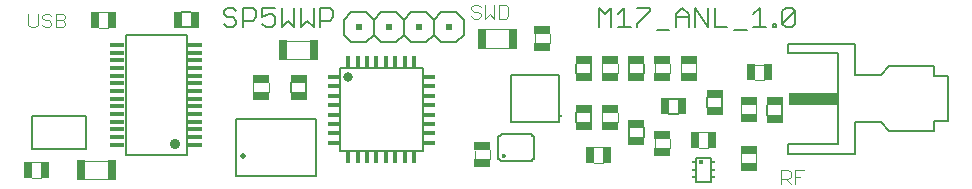
<source format=gto>
G75*
%MOIN*%
%OFA0B0*%
%FSLAX25Y25*%
%IPPOS*%
%LPD*%
%AMOC8*
5,1,8,0,0,1.08239X$1,22.5*
%
%ADD10C,0.00600*%
%ADD11C,0.00400*%
%ADD12R,0.05709X0.02953*%
%ADD13R,0.02953X0.06693*%
%ADD14R,0.02953X0.05709*%
%ADD15C,0.00800*%
%ADD16C,0.03482*%
%ADD17R,0.05100X0.01400*%
%ADD18R,0.02000X0.02000*%
%ADD19R,0.05512X0.02559*%
%ADD20R,0.02559X0.05512*%
%ADD21C,0.02000*%
%ADD22C,0.01419*%
%ADD23C,0.00500*%
%ADD24C,0.01181*%
%ADD25C,0.01575*%
%ADD26R,0.01181X0.00984*%
%ADD27C,0.03150*%
%ADD28R,0.03839X0.01181*%
%ADD29R,0.01181X0.03839*%
%ADD30R,0.16043X0.03937*%
D10*
X0124719Y0065073D02*
X0124719Y0068302D01*
X0129719Y0068302D02*
X0129719Y0065073D01*
X0144719Y0081688D02*
X0149719Y0081688D01*
X0152219Y0084188D01*
X0154719Y0081688D01*
X0159719Y0081688D01*
X0162219Y0084188D01*
X0162219Y0089187D01*
X0159719Y0091687D01*
X0154719Y0091687D01*
X0152219Y0089187D01*
X0152219Y0084188D01*
X0144719Y0081688D02*
X0142219Y0084188D01*
X0142219Y0089187D01*
X0144719Y0091687D01*
X0149719Y0091687D01*
X0152219Y0089187D01*
X0162219Y0089187D02*
X0164719Y0091687D01*
X0169719Y0091687D01*
X0172219Y0089187D01*
X0174719Y0091687D01*
X0179719Y0091687D01*
X0182219Y0089187D01*
X0182219Y0084188D01*
X0179719Y0081688D01*
X0174719Y0081688D01*
X0172219Y0084188D01*
X0169719Y0081688D01*
X0164719Y0081688D01*
X0162219Y0084188D01*
X0172219Y0084188D02*
X0172219Y0089187D01*
X0138691Y0089964D02*
X0137624Y0088896D01*
X0134421Y0088896D01*
X0132246Y0086761D02*
X0130111Y0088896D01*
X0127976Y0086761D01*
X0127976Y0093167D01*
X0125801Y0093167D02*
X0125801Y0086761D01*
X0123665Y0088896D01*
X0121530Y0086761D01*
X0121530Y0093167D01*
X0119355Y0093167D02*
X0115085Y0093167D01*
X0115085Y0089964D01*
X0117220Y0091031D01*
X0118287Y0091031D01*
X0119355Y0089964D01*
X0119355Y0087829D01*
X0118287Y0086761D01*
X0116152Y0086761D01*
X0115085Y0087829D01*
X0112910Y0089964D02*
X0111842Y0088896D01*
X0108639Y0088896D01*
X0106464Y0088896D02*
X0106464Y0087829D01*
X0105396Y0086761D01*
X0103261Y0086761D01*
X0102194Y0087829D01*
X0105396Y0089964D02*
X0106464Y0088896D01*
X0105396Y0089964D02*
X0103261Y0089964D01*
X0102194Y0091031D01*
X0102194Y0092099D01*
X0103261Y0093167D01*
X0105396Y0093167D01*
X0106464Y0092099D01*
X0108639Y0093167D02*
X0111842Y0093167D01*
X0112910Y0092099D01*
X0112910Y0089964D01*
X0108639Y0086761D02*
X0108639Y0093167D01*
X0091333Y0091687D02*
X0088104Y0091687D01*
X0088104Y0086687D02*
X0091333Y0086687D01*
X0132246Y0086761D02*
X0132246Y0093167D01*
X0134421Y0093167D02*
X0137624Y0093167D01*
X0138691Y0092099D01*
X0138691Y0089964D01*
X0134421Y0086761D02*
X0134421Y0093167D01*
X0219689Y0074552D02*
X0219689Y0071323D01*
X0224689Y0071323D02*
X0224689Y0074552D01*
X0237189Y0074552D02*
X0237189Y0071323D01*
X0242189Y0071323D02*
X0242189Y0074552D01*
X0263439Y0063302D02*
X0263439Y0060073D01*
X0268439Y0060073D02*
X0268439Y0063302D01*
X0253803Y0062937D02*
X0250575Y0062937D01*
X0250575Y0057937D02*
X0253803Y0057937D01*
X0242189Y0053302D02*
X0242189Y0050073D01*
X0237189Y0050073D02*
X0237189Y0053302D01*
X0224689Y0055073D02*
X0224689Y0058302D01*
X0219689Y0058302D02*
X0219689Y0055073D01*
X0283439Y0057573D02*
X0283439Y0060802D01*
X0288439Y0060802D02*
X0288439Y0057573D01*
X0276582Y0085694D02*
X0272312Y0085694D01*
X0270137Y0086761D02*
X0265867Y0086761D01*
X0265867Y0093167D01*
X0263691Y0093167D02*
X0263691Y0086761D01*
X0259421Y0093167D01*
X0259421Y0086761D01*
X0257246Y0086761D02*
X0257246Y0091031D01*
X0255111Y0093167D01*
X0252976Y0091031D01*
X0252976Y0086761D01*
X0250801Y0085694D02*
X0246530Y0085694D01*
X0240085Y0086761D02*
X0240085Y0087829D01*
X0244355Y0092099D01*
X0244355Y0093167D01*
X0240085Y0093167D01*
X0235774Y0093167D02*
X0235774Y0086761D01*
X0233639Y0086761D02*
X0237910Y0086761D01*
X0231464Y0086761D02*
X0231464Y0093167D01*
X0229329Y0091031D01*
X0227194Y0093167D01*
X0227194Y0086761D01*
X0233639Y0091031D02*
X0235774Y0093167D01*
X0252976Y0089964D02*
X0257246Y0089964D01*
X0278758Y0091031D02*
X0280893Y0093167D01*
X0280893Y0086761D01*
X0278758Y0086761D02*
X0283028Y0086761D01*
X0285203Y0086761D02*
X0286271Y0086761D01*
X0286271Y0087829D01*
X0285203Y0087829D01*
X0285203Y0086761D01*
X0288426Y0087829D02*
X0292696Y0092099D01*
X0292696Y0087829D01*
X0291629Y0086761D01*
X0289493Y0086761D01*
X0288426Y0087829D01*
X0288426Y0092099D01*
X0289493Y0093167D01*
X0291629Y0093167D01*
X0292696Y0092099D01*
D11*
X0063518Y0036089D02*
X0055919Y0036089D01*
X0041219Y0036589D02*
X0038219Y0036589D01*
X0038219Y0041786D02*
X0041120Y0041786D01*
X0055919Y0042286D02*
X0063518Y0042286D01*
X0112120Y0065187D02*
X0112120Y0068188D01*
X0117317Y0068188D02*
X0117317Y0065286D01*
X0123419Y0076089D02*
X0131018Y0076089D01*
X0131018Y0082286D02*
X0123419Y0082286D01*
X0063719Y0086589D02*
X0060719Y0086589D01*
X0049410Y0087428D02*
X0048643Y0086661D01*
X0046341Y0086661D01*
X0046341Y0091265D01*
X0048643Y0091265D01*
X0049410Y0090498D01*
X0049410Y0089730D01*
X0048643Y0088963D01*
X0046341Y0088963D01*
X0044806Y0088196D02*
X0044806Y0087428D01*
X0044039Y0086661D01*
X0042504Y0086661D01*
X0041737Y0087428D01*
X0040202Y0087428D02*
X0039435Y0086661D01*
X0037900Y0086661D01*
X0037133Y0087428D01*
X0037133Y0091265D01*
X0040202Y0091265D02*
X0040202Y0087428D01*
X0042504Y0088963D02*
X0044039Y0088963D01*
X0044806Y0088196D01*
X0042504Y0088963D02*
X0041737Y0089730D01*
X0041737Y0090498D01*
X0042504Y0091265D01*
X0044039Y0091265D01*
X0044806Y0090498D01*
X0048643Y0088963D02*
X0049410Y0088196D01*
X0049410Y0087428D01*
X0060719Y0091786D02*
X0063620Y0091786D01*
X0184771Y0092683D02*
X0185538Y0091916D01*
X0187073Y0091916D01*
X0187840Y0091149D01*
X0187840Y0090381D01*
X0187073Y0089614D01*
X0185538Y0089614D01*
X0184771Y0090381D01*
X0189375Y0089614D02*
X0190909Y0091149D01*
X0192444Y0089614D01*
X0192444Y0094218D01*
X0193979Y0094218D02*
X0196281Y0094218D01*
X0197048Y0093450D01*
X0197048Y0090381D01*
X0196281Y0089614D01*
X0193979Y0089614D01*
X0193979Y0094218D01*
X0189375Y0094218D02*
X0189375Y0089614D01*
X0184771Y0092683D02*
X0184771Y0093450D01*
X0185538Y0094218D01*
X0187073Y0094218D01*
X0187840Y0093450D01*
X0189640Y0086036D02*
X0197238Y0086036D01*
X0205841Y0084438D02*
X0205841Y0081438D01*
X0211037Y0081536D02*
X0211037Y0084438D01*
X0197238Y0079839D02*
X0189640Y0079839D01*
X0228341Y0074438D02*
X0228341Y0071438D01*
X0233537Y0071536D02*
X0233537Y0074438D01*
X0245841Y0074438D02*
X0245841Y0071438D01*
X0251037Y0071536D02*
X0251037Y0074438D01*
X0254591Y0074438D02*
X0254591Y0071438D01*
X0259787Y0071536D02*
X0259787Y0074438D01*
X0279439Y0074286D02*
X0282341Y0074286D01*
X0282439Y0069089D02*
X0279439Y0069089D01*
X0279787Y0060687D02*
X0279787Y0057786D01*
X0274591Y0057687D02*
X0274591Y0060687D01*
X0263591Y0051786D02*
X0260689Y0051786D01*
X0251037Y0049437D02*
X0251037Y0046437D01*
X0245841Y0046437D02*
X0245841Y0049339D01*
X0260689Y0046589D02*
X0263689Y0046589D01*
X0274591Y0044437D02*
X0274591Y0041438D01*
X0279787Y0041536D02*
X0279787Y0044437D01*
X0288117Y0039100D02*
X0290419Y0039100D01*
X0291187Y0038332D01*
X0291187Y0036798D01*
X0290419Y0036030D01*
X0288117Y0036030D01*
X0288117Y0034496D02*
X0288117Y0039100D01*
X0292721Y0039100D02*
X0295791Y0039100D01*
X0292721Y0039100D02*
X0292721Y0034496D01*
X0291187Y0034496D02*
X0289652Y0036030D01*
X0292721Y0036798D02*
X0294256Y0036798D01*
X0233537Y0055187D02*
X0233537Y0058187D01*
X0228341Y0058089D02*
X0228341Y0055187D01*
X0228689Y0046786D02*
X0225689Y0046786D01*
X0225787Y0041589D02*
X0228689Y0041589D01*
X0191037Y0042688D02*
X0191037Y0045687D01*
X0185841Y0045589D02*
X0185841Y0042688D01*
D12*
X0188444Y0041311D03*
X0188444Y0047011D03*
X0230944Y0053811D03*
X0248444Y0050761D03*
X0248444Y0045061D03*
X0277184Y0045814D03*
X0277184Y0040114D03*
X0277184Y0056364D03*
X0277184Y0062064D03*
X0257184Y0070114D03*
X0248434Y0070114D03*
X0230934Y0070114D03*
X0230934Y0075814D03*
X0248434Y0075814D03*
X0257184Y0075814D03*
X0208434Y0080114D03*
X0208434Y0085814D03*
X0230944Y0059511D03*
X0114714Y0063864D03*
X0114714Y0069564D03*
D13*
X0121995Y0079184D03*
X0132442Y0079191D03*
X0188216Y0082934D03*
X0198662Y0082941D03*
X0064942Y0039191D03*
X0054495Y0039184D03*
D14*
X0042542Y0039183D03*
X0036842Y0039183D03*
X0059342Y0089183D03*
X0065042Y0089183D03*
X0224366Y0044192D03*
X0230066Y0044192D03*
X0259312Y0049183D03*
X0265012Y0049183D03*
X0278062Y0071683D03*
X0283762Y0071683D03*
D15*
X0290476Y0077997D02*
X0307012Y0077997D01*
X0307012Y0047682D01*
X0290476Y0047682D01*
X0290476Y0044532D01*
X0312720Y0044532D01*
X0307012Y0044532D01*
X0312720Y0044532D02*
X0312720Y0054965D01*
X0321185Y0054965D01*
X0324138Y0052012D01*
X0339098Y0052012D01*
X0339098Y0055359D01*
X0343724Y0055359D01*
X0343724Y0070319D01*
X0339098Y0070319D01*
X0339098Y0073666D01*
X0324138Y0073666D01*
X0321185Y0070713D01*
X0312720Y0070713D01*
X0312720Y0081146D01*
X0307012Y0081146D01*
X0312720Y0081146D02*
X0290476Y0081146D01*
X0290476Y0077997D01*
X0205594Y0050428D02*
X0205540Y0050430D01*
X0205487Y0050435D01*
X0205434Y0050444D01*
X0205382Y0050457D01*
X0205330Y0050473D01*
X0205280Y0050493D01*
X0205232Y0050516D01*
X0205185Y0050543D01*
X0205140Y0050572D01*
X0205097Y0050605D01*
X0205057Y0050640D01*
X0205019Y0050678D01*
X0204984Y0050718D01*
X0204951Y0050761D01*
X0204922Y0050806D01*
X0204895Y0050853D01*
X0204872Y0050901D01*
X0204852Y0050951D01*
X0204836Y0051003D01*
X0204823Y0051055D01*
X0204814Y0051108D01*
X0204809Y0051161D01*
X0204807Y0051215D01*
X0194571Y0051215D01*
X0194570Y0051215D02*
X0194568Y0051161D01*
X0194563Y0051108D01*
X0194554Y0051055D01*
X0194541Y0051003D01*
X0194525Y0050951D01*
X0194505Y0050901D01*
X0194482Y0050853D01*
X0194455Y0050806D01*
X0194426Y0050761D01*
X0194393Y0050718D01*
X0194358Y0050678D01*
X0194320Y0050640D01*
X0194280Y0050605D01*
X0194237Y0050572D01*
X0194192Y0050543D01*
X0194145Y0050516D01*
X0194097Y0050493D01*
X0194047Y0050473D01*
X0193995Y0050457D01*
X0193943Y0050444D01*
X0193890Y0050435D01*
X0193837Y0050430D01*
X0193783Y0050428D01*
X0193783Y0042947D01*
X0193837Y0042945D01*
X0193890Y0042940D01*
X0193943Y0042931D01*
X0193995Y0042918D01*
X0194047Y0042902D01*
X0194097Y0042882D01*
X0194145Y0042859D01*
X0194192Y0042832D01*
X0194237Y0042803D01*
X0194280Y0042770D01*
X0194320Y0042735D01*
X0194358Y0042697D01*
X0194393Y0042657D01*
X0194426Y0042614D01*
X0194455Y0042569D01*
X0194482Y0042522D01*
X0194505Y0042474D01*
X0194525Y0042424D01*
X0194541Y0042372D01*
X0194554Y0042320D01*
X0194563Y0042267D01*
X0194568Y0042214D01*
X0194570Y0042160D01*
X0194571Y0042160D02*
X0204807Y0042160D01*
X0204809Y0042214D01*
X0204814Y0042267D01*
X0204823Y0042320D01*
X0204836Y0042372D01*
X0204852Y0042424D01*
X0204872Y0042474D01*
X0204895Y0042522D01*
X0204922Y0042569D01*
X0204951Y0042614D01*
X0204984Y0042657D01*
X0205019Y0042697D01*
X0205057Y0042735D01*
X0205097Y0042770D01*
X0205140Y0042803D01*
X0205185Y0042832D01*
X0205232Y0042859D01*
X0205280Y0042882D01*
X0205330Y0042902D01*
X0205382Y0042918D01*
X0205434Y0042931D01*
X0205487Y0042940D01*
X0205540Y0042945D01*
X0205594Y0042947D01*
X0205594Y0050428D01*
X0133104Y0050136D02*
X0133104Y0043239D01*
X0133104Y0037239D02*
X0133104Y0056136D01*
X0106333Y0056136D01*
X0106333Y0037239D01*
X0133104Y0037239D01*
X0125104Y0037239D02*
X0114333Y0037239D01*
X0106333Y0043239D02*
X0106333Y0050136D01*
X0114333Y0056136D02*
X0125104Y0056136D01*
X0089955Y0044109D02*
X0069482Y0044109D01*
X0069482Y0084266D01*
X0089955Y0084266D01*
X0089955Y0044109D01*
X0056274Y0046176D02*
X0056274Y0057199D01*
X0038163Y0057199D01*
X0038163Y0046176D01*
X0056274Y0046176D01*
D16*
X0086116Y0047652D03*
D17*
X0092669Y0047554D03*
X0092669Y0050112D03*
X0092669Y0052671D03*
X0092669Y0055230D03*
X0092669Y0057789D03*
X0092669Y0060349D03*
X0092669Y0062908D03*
X0092669Y0065467D03*
X0092669Y0068026D03*
X0092669Y0070586D03*
X0092669Y0073145D03*
X0092669Y0075704D03*
X0092669Y0078263D03*
X0092669Y0080821D03*
X0066769Y0080821D03*
X0066769Y0078263D03*
X0066769Y0075704D03*
X0066769Y0073145D03*
X0066769Y0070586D03*
X0066769Y0068026D03*
X0066769Y0065467D03*
X0066769Y0062908D03*
X0066769Y0060349D03*
X0066769Y0057789D03*
X0066769Y0055230D03*
X0066769Y0052671D03*
X0066769Y0050112D03*
X0066769Y0047554D03*
D18*
X0147219Y0086687D03*
X0157219Y0086687D03*
X0167219Y0086687D03*
X0177219Y0086687D03*
D19*
X0222183Y0075817D03*
X0239695Y0075858D03*
X0239695Y0070058D03*
X0222183Y0070017D03*
X0222195Y0059608D03*
X0239695Y0054608D03*
X0239695Y0048808D03*
X0222195Y0053808D03*
X0265945Y0058808D03*
X0285933Y0056267D03*
X0285933Y0062067D03*
X0265945Y0064608D03*
X0127224Y0063808D03*
X0127224Y0069608D03*
D20*
X0092639Y0089182D03*
X0086839Y0089182D03*
X0249269Y0060443D03*
X0255069Y0060443D03*
D21*
X0108719Y0043687D03*
D22*
X0195752Y0043932D03*
D23*
X0168498Y0045408D02*
X0140939Y0045408D01*
X0140939Y0072967D01*
X0168498Y0072967D01*
X0168498Y0045408D01*
X0198065Y0055063D02*
X0198065Y0057426D01*
X0198065Y0055063D02*
X0200427Y0055063D01*
X0198065Y0055063D02*
X0213813Y0055063D01*
X0211451Y0055063D01*
X0213813Y0055063D02*
X0213813Y0057426D01*
X0213813Y0055063D02*
X0213813Y0070812D01*
X0211451Y0070812D01*
X0213813Y0070812D02*
X0213813Y0068449D01*
X0213813Y0070812D02*
X0198065Y0070812D01*
X0198065Y0068449D01*
X0198065Y0070812D02*
X0200427Y0070812D01*
X0198065Y0070812D02*
X0198065Y0055063D01*
X0259728Y0043125D02*
X0259728Y0035250D01*
X0264650Y0035250D01*
X0264650Y0043125D01*
X0259728Y0043125D01*
X0260614Y0043125D02*
X0263764Y0043125D01*
X0263764Y0035250D02*
X0260614Y0035250D01*
D24*
X0214797Y0057032D03*
D25*
X0261402Y0041943D03*
D26*
X0259138Y0041747D03*
X0265240Y0041747D03*
X0265240Y0039188D03*
X0259138Y0039188D03*
X0259138Y0036628D03*
X0265240Y0036628D03*
D27*
X0143695Y0070211D03*
D28*
X0138921Y0070211D03*
X0138921Y0067062D03*
X0138921Y0063912D03*
X0138921Y0060762D03*
X0138921Y0057613D03*
X0138921Y0054463D03*
X0138921Y0051313D03*
X0138921Y0048164D03*
X0170516Y0048164D03*
X0170516Y0051313D03*
X0170516Y0054463D03*
X0170516Y0057613D03*
X0170516Y0060762D03*
X0170516Y0063912D03*
X0170516Y0067062D03*
X0170516Y0070211D03*
D29*
X0165742Y0074985D03*
X0162593Y0074985D03*
X0159443Y0074985D03*
X0156293Y0074985D03*
X0153144Y0074985D03*
X0149994Y0074985D03*
X0146844Y0074985D03*
X0143695Y0074985D03*
X0143695Y0043390D03*
X0146844Y0043390D03*
X0149994Y0043390D03*
X0153144Y0043390D03*
X0156293Y0043390D03*
X0159443Y0043390D03*
X0162593Y0043390D03*
X0165742Y0043390D03*
D30*
X0298695Y0062839D03*
M02*

</source>
